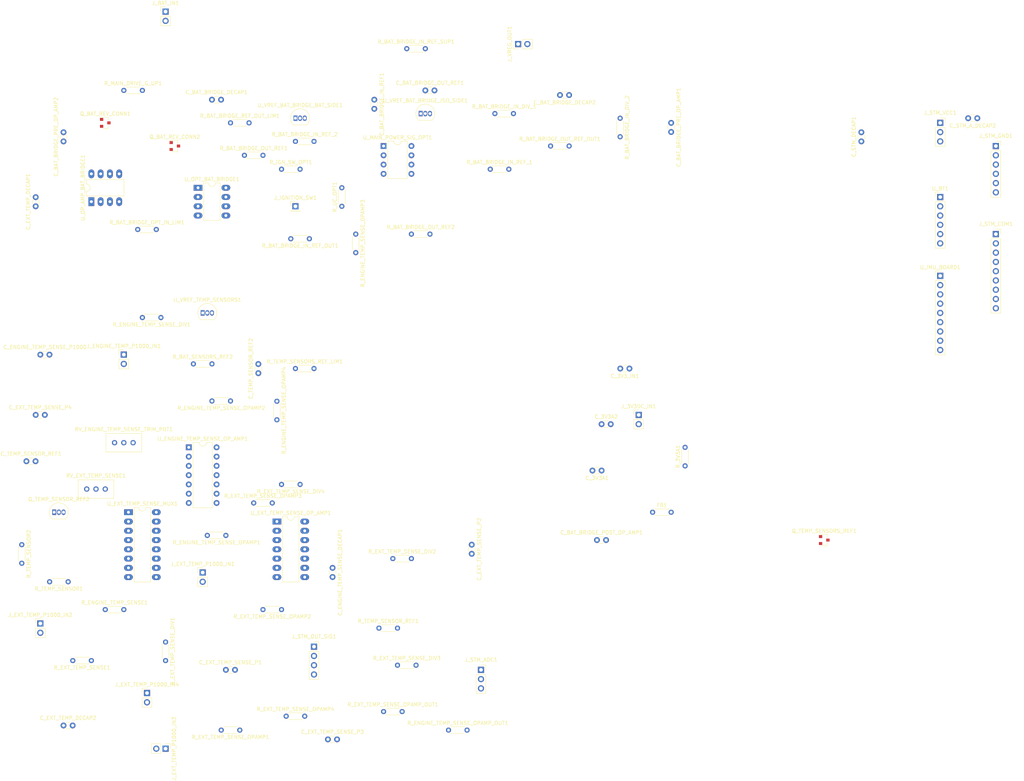
<source format=kicad_pcb>
(kicad_pcb (version 20171130) (host pcbnew 5.1.8)
  (layers (0 F.Cu signal) (31 B.Cu signal) (34 B.Paste user) (35 F.Paste user) (36 B.SilkS user) (37 F.SilkS user) (38 B.Mask user) (39 F.Mask user) (44 Edge.Cuts user))
  (net 0 "")
  (net 1 GND)
  (net 2 +3V3)
  (net 3 "Net-(C_3V3A1-Pad2)")
  (net 4 3V3A)
  (net 5 -BATT)
  (net 6 BAT+_AFTER_MAIN_DRIVE)
  (net 7 "Net-(C_BAT_BRIDGE_IN_REF1-Pad1)")
  (net 8 "Net-(C_BAT_BRIDGE_OUT_REF1-Pad2)")
  (net 9 "Net-(C_BAT_BRIDGE_POST_OP_AMP1-Pad1)")
  (net 10 "Net-(C_BAT_BRIDGE_PRE_OP_AMP1-Pad1)")
  (net 11 "Net-(C_BAT_BRIDGE_PRE_OP_AMP2-Pad1)")
  (net 12 "Net-(C_ENGINE_TEMP_SENSE_P1000-Pad2)")
  (net 13 "Net-(C_EXT_TEMP_SENSE_P1-Pad2)")
  (net 14 "Net-(C_EXT_TEMP_SENSE_P2-Pad2)")
  (net 15 "Net-(C_EXT_TEMP_SENSE_P3-Pad2)")
  (net 16 "Net-(C_EXT_TEMP_SENSE_P4-Pad2)")
  (net 17 TEMP_SENSOR_3V_SUP)
  (net 18 "Net-(C_TEMP_SENSOR_REF2-Pad1)")
  (net 19 "Net-(J_BAT_IN1-Pad1)")
  (net 20 "Net-(J_IGNITION_SW1-Pad1)")
  (net 21 ENGINE_TEMP_SENSOR_OUT)
  (net 22 EXT_TEMP_SENSOR_OUT)
  (net 23 BAT_V_BRIDGE_OUT)
  (net 24 IMU_INT1)
  (net 25 IMU_INT2)
  (net 26 IMU_SCL)
  (net 27 IMU_SDO)
  (net 28 IMU_SDI)
  (net 29 IMU_CS)
  (net 30 BT_TXD)
  (net 31 BT_RXD)
  (net 32 BT_STATE)
  (net 33 EXT_TEMP_SENSOR_SEL_B)
  (net 34 EXT_TEMP_SENSOR_SEL_A)
  (net 35 OFF_SIG)
  (net 36 TEMP_SENSOR_REF_ON_SIG)
  (net 37 +BATT)
  (net 38 "Net-(Q_BAT_REV_CONN2-Pad1)")
  (net 39 "Net-(Q_TEMP_SENSORS_REF1-Pad1)")
  (net 40 "Net-(Q_TEMP_SENSOR_REF2-Pad2)")
  (net 41 "Net-(R_BAT_BRIDGE_IN_REF_1-Pad1)")
  (net 42 "Net-(R_BAT_BRIDGE_IN_REF_OUT1-Pad2)")
  (net 43 "Net-(R_BAT_BRIDGE_OPT_IN_LIM1-Pad1)")
  (net 44 "Net-(R_BAT_BRIDGE_OUT_REF1-Pad2)")
  (net 45 "Net-(R_BAT_SENSORS_REF2-Pad1)")
  (net 46 "Net-(RV_ENGINE_TEMP_SENSE_TRIM_POT1-Pad1)")
  (net 47 "Net-(R_ENGINE_TEMP_SENSE_OPAMP1-Pad2)")
  (net 48 "Net-(R_ENGINE_TEMP_SENSE_OPAMP1-Pad1)")
  (net 49 "Net-(R_ENGINE_TEMP_SENSE_OPAMP2-Pad2)")
  (net 50 "Net-(R_ENGINE_TEMP_SENSE_OPAMP2-Pad1)")
  (net 51 "Net-(R_ENGINE_TEMP_SENSE_OPAMP4-Pad2)")
  (net 52 "Net-(RV_EXT_TEMP_SENSE1-Pad1)")
  (net 53 "Net-(R_EXT_TEMP_SENSE_OPAMP1-Pad2)")
  (net 54 "Net-(R_EXT_TEMP_SENSE_OPAMP1-Pad1)")
  (net 55 "Net-(R_EXT_TEMP_SENSE_OPAMP2-Pad2)")
  (net 56 "Net-(R_EXT_TEMP_SENSE_OPAMP2-Pad1)")
  (net 57 "Net-(R_EXT_TEMP_SENSE_OPAMP4-Pad2)")
  (net 58 "Net-(R_IGN_SW_OPT1-Pad2)")
  (net 59 "Net-(R_UC_OPT1-Pad2)")
  (net 60 "Net-(RV_ENGINE_TEMP_SENSE_TRIM_POT1-Pad2)")
  (net 61 "Net-(RV_EXT_TEMP_SENSE1-Pad2)")
  (net 62 "Net-(U_BT1-Pad6)")
  (net 63 EXT_TEMP_SENSOR_SIGNAL)
  (net 64 "Net-(U_IMU_BOARD1-Pad2)")
  (net 65 "Net-(U_OPT_BAT_BRIDGE1-Pad2)")
  (module Package_TO_SOT_THT:TO-92_Inline (layer F.Cu) (at 68.58 76.2)
    (fp_text reference U_VREF_TEMP_SENSORS1 (at 1.27 -3.56) (layer F.SilkS))
    (fp_text value TL431AIZ)
    (pad 1 thru_hole rect (at 0 0) (size 1.05 1.5) (drill 0.75) (layers *.Cu *.Mask) (net 45 "Net-(R_BAT_SENSORS_REF2-Pad1)"))
    (pad 3 thru_hole oval (at 2.54 0) (size 1.05 1.5) (drill 0.75) (layers *.Cu *.Mask) (net 17 TEMP_SENSOR_3V_SUP))
    (pad 2 thru_hole oval (at 1.27 0) (size 1.05 1.5) (drill 0.75) (layers *.Cu *.Mask) (net 1 GND))
  )
  (module Package_TO_SOT_THT:TO-92_Inline (layer F.Cu) (at 128.27 21.59)
    (fp_text reference U_VREF_BAT_BRIDGE_ISO_SIDE1 (at 1.27 -3.56) (layer F.SilkS))
    (fp_text value TL431AIZ)
    (pad 1 thru_hole rect (at 0 0) (size 1.05 1.5) (drill 0.75) (layers *.Cu *.Mask) (net 44 "Net-(R_BAT_BRIDGE_OUT_REF1-Pad2)"))
    (pad 3 thru_hole oval (at 2.54 0) (size 1.05 1.5) (drill 0.75) (layers *.Cu *.Mask) (net 8 "Net-(C_BAT_BRIDGE_OUT_REF1-Pad2)"))
    (pad 2 thru_hole oval (at 1.27 0) (size 1.05 1.5) (drill 0.75) (layers *.Cu *.Mask) (net 1 GND))
  )
  (module Package_TO_SOT_THT:TO-92_Inline (layer F.Cu) (at 93.98 22.86)
    (fp_text reference U_VREF_BAT_BRIDGE_BAT_SIDE1 (at 1.27 -3.56) (layer F.SilkS))
    (fp_text value TL431AIZ)
    (pad 1 thru_hole rect (at 0 0) (size 1.05 1.5) (drill 0.75) (layers *.Cu *.Mask) (net 41 "Net-(R_BAT_BRIDGE_IN_REF_1-Pad1)"))
    (pad 3 thru_hole oval (at 2.54 0) (size 1.05 1.5) (drill 0.75) (layers *.Cu *.Mask) (net 7 "Net-(C_BAT_BRIDGE_IN_REF1-Pad1)"))
    (pad 2 thru_hole oval (at 1.27 0) (size 1.05 1.5) (drill 0.75) (layers *.Cu *.Mask) (net 5 -BATT))
  )
  (module Package_DIP:DIP-8_W7.62mm_LongPads (layer F.Cu) (at 67.31 41.91)
    (fp_text reference U_OPT_BAT_BRIDGE1 (at 3.81 -2.33) (layer F.SilkS))
    (fp_text value LTV-827)
    (pad 8 thru_hole oval (at 7.62 0) (size 2.4 1.6) (drill 0.8) (layers *.Cu *.Mask) (net 23 BAT_V_BRIDGE_OUT))
    (pad 4 thru_hole oval (at 0 7.62) (size 2.4 1.6) (drill 0.8) (layers *.Cu *.Mask) (net 5 -BATT))
    (pad 7 thru_hole oval (at 7.62 2.54) (size 2.4 1.6) (drill 0.8) (layers *.Cu *.Mask) (net 1 GND))
    (pad 3 thru_hole oval (at 0 5.08) (size 2.4 1.6) (drill 0.8) (layers *.Cu *.Mask) (net 65 "Net-(U_OPT_BAT_BRIDGE1-Pad2)"))
    (pad 6 thru_hole oval (at 7.62 5.08) (size 2.4 1.6) (drill 0.8) (layers *.Cu *.Mask) (net 42 "Net-(R_BAT_BRIDGE_IN_REF_OUT1-Pad2)"))
    (pad 2 thru_hole oval (at 0 2.54) (size 2.4 1.6) (drill 0.8) (layers *.Cu *.Mask) (net 65 "Net-(U_OPT_BAT_BRIDGE1-Pad2)"))
    (pad 5 thru_hole oval (at 7.62 7.62) (size 2.4 1.6) (drill 0.8) (layers *.Cu *.Mask) (net 5 -BATT))
    (pad 1 thru_hole rect (at 0 0) (size 2.4 1.6) (drill 0.8) (layers *.Cu *.Mask) (net 9 "Net-(C_BAT_BRIDGE_POST_OP_AMP1-Pad1)"))
  )
  (module Package_DIP:DIP-8_W7.62mm_LongPads (layer F.Cu) (at 38.1 45.72 90)
    (fp_text reference U_OP_AMP_BAT_BRIDGE1 (at 3.81 -2.33 90) (layer F.SilkS))
    (fp_text value AS358P-E1)
    (pad 8 thru_hole oval (at 7.62 0 90) (size 2.4 1.6) (drill 0.8) (layers *.Cu *.Mask) (net 6 BAT+_AFTER_MAIN_DRIVE))
    (pad 4 thru_hole oval (at 0 7.62 90) (size 2.4 1.6) (drill 0.8) (layers *.Cu *.Mask) (net 5 -BATT))
    (pad 7 thru_hole oval (at 7.62 2.54 90) (size 2.4 1.6) (drill 0.8) (layers *.Cu *.Mask) (net 11 "Net-(C_BAT_BRIDGE_PRE_OP_AMP2-Pad1)"))
    (pad 3 thru_hole oval (at 0 5.08 90) (size 2.4 1.6) (drill 0.8) (layers *.Cu *.Mask) (net 42 "Net-(R_BAT_BRIDGE_IN_REF_OUT1-Pad2)"))
    (pad 6 thru_hole oval (at 7.62 5.08 90) (size 2.4 1.6) (drill 0.8) (layers *.Cu *.Mask) (net 11 "Net-(C_BAT_BRIDGE_PRE_OP_AMP2-Pad1)"))
    (pad 2 thru_hole oval (at 0 2.54 90) (size 2.4 1.6) (drill 0.8) (layers *.Cu *.Mask) (net 11 "Net-(C_BAT_BRIDGE_PRE_OP_AMP2-Pad1)"))
    (pad 5 thru_hole oval (at 7.62 7.62 90) (size 2.4 1.6) (drill 0.8) (layers *.Cu *.Mask) (net 10 "Net-(C_BAT_BRIDGE_PRE_OP_AMP1-Pad1)"))
    (pad 1 thru_hole rect (at 0 0 90) (size 2.4 1.6) (drill 0.8) (layers *.Cu *.Mask) (net 43 "Net-(R_BAT_BRIDGE_OPT_IN_LIM1-Pad1)"))
  )
  (module Package_DIP:DIP-8_W7.62mm (layer F.Cu) (at 118.11 30.48)
    (fp_text reference U_MAIN_POWER_SIG_OPT1 (at 3.81 -2.33) (layer F.SilkS))
    (fp_text value LTV-827)
    (pad 8 thru_hole oval (at 7.62 0) (size 1.6 1.6) (drill 0.8) (layers *.Cu *.Mask) (net 38 "Net-(Q_BAT_REV_CONN2-Pad1)"))
    (pad 4 thru_hole oval (at 0 7.62) (size 1.6 1.6) (drill 0.8) (layers *.Cu *.Mask) (net 1 GND))
    (pad 7 thru_hole oval (at 7.62 2.54) (size 1.6 1.6) (drill 0.8) (layers *.Cu *.Mask) (net 5 -BATT))
    (pad 3 thru_hole oval (at 0 5.08) (size 1.6 1.6) (drill 0.8) (layers *.Cu *.Mask) (net 59 "Net-(R_UC_OPT1-Pad2)"))
    (pad 6 thru_hole oval (at 7.62 5.08) (size 1.6 1.6) (drill 0.8) (layers *.Cu *.Mask) (net 38 "Net-(Q_BAT_REV_CONN2-Pad1)"))
    (pad 2 thru_hole oval (at 0 2.54) (size 1.6 1.6) (drill 0.8) (layers *.Cu *.Mask) (net 5 -BATT))
    (pad 5 thru_hole oval (at 7.62 7.62) (size 1.6 1.6) (drill 0.8) (layers *.Cu *.Mask) (net 5 -BATT))
    (pad 1 thru_hole rect (at 0 0) (size 1.6 1.6) (drill 0.8) (layers *.Cu *.Mask) (net 58 "Net-(R_IGN_SW_OPT1-Pad2)"))
  )
  (module Connector_PinHeader_2.54mm:PinHeader_1x09_P2.54mm_Vertical (layer F.Cu) (at 270.51 66.04)
    (fp_text reference U_IMU_BOARD1 (at 0 -2.33) (layer F.SilkS))
    (fp_text value POLOLU_LSM6DS33)
    (pad 9 thru_hole oval (at 0 20.32) (size 1.7 1.7) (drill 1) (layers *.Cu *.Mask) (net 24 IMU_INT1))
    (pad 8 thru_hole oval (at 0 17.78) (size 1.7 1.7) (drill 1) (layers *.Cu *.Mask) (net 25 IMU_INT2))
    (pad 7 thru_hole oval (at 0 15.24) (size 1.7 1.7) (drill 1) (layers *.Cu *.Mask) (net 29 IMU_CS))
    (pad 6 thru_hole oval (at 0 12.7) (size 1.7 1.7) (drill 1) (layers *.Cu *.Mask) (net 27 IMU_SDO))
    (pad 5 thru_hole oval (at 0 10.16) (size 1.7 1.7) (drill 1) (layers *.Cu *.Mask) (net 26 IMU_SCL))
    (pad 4 thru_hole oval (at 0 7.62) (size 1.7 1.7) (drill 1) (layers *.Cu *.Mask) (net 28 IMU_SDI))
    (pad 3 thru_hole oval (at 0 5.08) (size 1.7 1.7) (drill 1) (layers *.Cu *.Mask) (net 1 GND))
    (pad 2 thru_hole oval (at 0 2.54) (size 1.7 1.7) (drill 1) (layers *.Cu *.Mask) (net 64 "Net-(U_IMU_BOARD1-Pad2)"))
    (pad 1 thru_hole rect (at 0 0) (size 1.7 1.7) (drill 1) (layers *.Cu *.Mask) (net 2 +3V3))
  )
  (module Package_DIP:DIP-14_W7.62mm_LongPads (layer F.Cu) (at 88.9 133.35)
    (fp_text reference U_EXT_TEMP_SENSE_OP_AMP1 (at 3.81 -2.33) (layer F.SilkS))
    (fp_text value LM324)
    (pad 14 thru_hole oval (at 7.62 0) (size 2.4 1.6) (drill 0.8) (layers *.Cu *.Mask))
    (pad 7 thru_hole oval (at 0 15.24) (size 2.4 1.6) (drill 0.8) (layers *.Cu *.Mask) (net 53 "Net-(R_EXT_TEMP_SENSE_OPAMP1-Pad2)"))
    (pad 13 thru_hole oval (at 7.62 2.54) (size 2.4 1.6) (drill 0.8) (layers *.Cu *.Mask))
    (pad 6 thru_hole oval (at 0 12.7) (size 2.4 1.6) (drill 0.8) (layers *.Cu *.Mask) (net 53 "Net-(R_EXT_TEMP_SENSE_OPAMP1-Pad2)"))
    (pad 12 thru_hole oval (at 7.62 5.08) (size 2.4 1.6) (drill 0.8) (layers *.Cu *.Mask))
    (pad 5 thru_hole oval (at 0 10.16) (size 2.4 1.6) (drill 0.8) (layers *.Cu *.Mask) (net 63 EXT_TEMP_SENSOR_SIGNAL))
    (pad 11 thru_hole oval (at 7.62 7.62) (size 2.4 1.6) (drill 0.8) (layers *.Cu *.Mask) (net 4 3V3A))
    (pad 4 thru_hole oval (at 0 7.62) (size 2.4 1.6) (drill 0.8) (layers *.Cu *.Mask) (net 1 GND))
    (pad 10 thru_hole oval (at 7.62 10.16) (size 2.4 1.6) (drill 0.8) (layers *.Cu *.Mask) (net 54 "Net-(R_EXT_TEMP_SENSE_OPAMP1-Pad1)"))
    (pad 3 thru_hole oval (at 0 5.08) (size 2.4 1.6) (drill 0.8) (layers *.Cu *.Mask) (net 61 "Net-(RV_EXT_TEMP_SENSE1-Pad2)"))
    (pad 9 thru_hole oval (at 7.62 12.7) (size 2.4 1.6) (drill 0.8) (layers *.Cu *.Mask) (net 56 "Net-(R_EXT_TEMP_SENSE_OPAMP2-Pad1)"))
    (pad 2 thru_hole oval (at 0 2.54) (size 2.4 1.6) (drill 0.8) (layers *.Cu *.Mask) (net 55 "Net-(R_EXT_TEMP_SENSE_OPAMP2-Pad2)"))
    (pad 8 thru_hole oval (at 7.62 15.24) (size 2.4 1.6) (drill 0.8) (layers *.Cu *.Mask) (net 57 "Net-(R_EXT_TEMP_SENSE_OPAMP4-Pad2)"))
    (pad 1 thru_hole rect (at 0 0) (size 2.4 1.6) (drill 0.8) (layers *.Cu *.Mask) (net 55 "Net-(R_EXT_TEMP_SENSE_OPAMP2-Pad2)"))
  )
  (module Package_DIP:DIP-16_W7.62mm_LongPads (layer F.Cu) (at 48.26 130.81)
    (fp_text reference U_EXT_TEMP_SENSE_MUX1 (at 3.81 -2.33) (layer F.SilkS))
    (fp_text value CD4052B)
    (pad 16 thru_hole oval (at 7.62 0) (size 2.4 1.6) (drill 0.8) (layers *.Cu *.Mask) (net 4 3V3A))
    (pad 8 thru_hole oval (at 0 17.78) (size 2.4 1.6) (drill 0.8) (layers *.Cu *.Mask) (net 1 GND))
    (pad 15 thru_hole oval (at 7.62 2.54) (size 2.4 1.6) (drill 0.8) (layers *.Cu *.Mask) (net 15 "Net-(C_EXT_TEMP_SENSE_P3-Pad2)"))
    (pad 7 thru_hole oval (at 0 15.24) (size 2.4 1.6) (drill 0.8) (layers *.Cu *.Mask) (net 1 GND))
    (pad 14 thru_hole oval (at 7.62 5.08) (size 2.4 1.6) (drill 0.8) (layers *.Cu *.Mask) (net 14 "Net-(C_EXT_TEMP_SENSE_P2-Pad2)"))
    (pad 6 thru_hole oval (at 0 12.7) (size 2.4 1.6) (drill 0.8) (layers *.Cu *.Mask) (net 1 GND))
    (pad 13 thru_hole oval (at 7.62 7.62) (size 2.4 1.6) (drill 0.8) (layers *.Cu *.Mask) (net 63 EXT_TEMP_SENSOR_SIGNAL))
    (pad 5 thru_hole oval (at 0 10.16) (size 2.4 1.6) (drill 0.8) (layers *.Cu *.Mask) (net 1 GND))
    (pad 12 thru_hole oval (at 7.62 10.16) (size 2.4 1.6) (drill 0.8) (layers *.Cu *.Mask) (net 13 "Net-(C_EXT_TEMP_SENSE_P1-Pad2)"))
    (pad 4 thru_hole oval (at 0 7.62) (size 2.4 1.6) (drill 0.8) (layers *.Cu *.Mask) (net 1 GND))
    (pad 11 thru_hole oval (at 7.62 12.7) (size 2.4 1.6) (drill 0.8) (layers *.Cu *.Mask) (net 16 "Net-(C_EXT_TEMP_SENSE_P4-Pad2)"))
    (pad 3 thru_hole oval (at 0 5.08) (size 2.4 1.6) (drill 0.8) (layers *.Cu *.Mask) (net 1 GND))
    (pad 10 thru_hole oval (at 7.62 15.24) (size 2.4 1.6) (drill 0.8) (layers *.Cu *.Mask) (net 34 EXT_TEMP_SENSOR_SEL_A))
    (pad 2 thru_hole oval (at 0 2.54) (size 2.4 1.6) (drill 0.8) (layers *.Cu *.Mask) (net 1 GND))
    (pad 9 thru_hole oval (at 7.62 17.78) (size 2.4 1.6) (drill 0.8) (layers *.Cu *.Mask) (net 33 EXT_TEMP_SENSOR_SEL_B))
    (pad 1 thru_hole rect (at 0 0) (size 2.4 1.6) (drill 0.8) (layers *.Cu *.Mask) (net 1 GND))
  )
  (module Package_DIP:DIP-14_W7.62mm (layer F.Cu) (at 64.77 113.03)
    (fp_text reference U_ENGINE_TEMP_SENSE_OP_AMP1 (at 3.81 -2.33) (layer F.SilkS))
    (fp_text value LM324)
    (pad 14 thru_hole oval (at 7.62 0) (size 1.6 1.6) (drill 0.8) (layers *.Cu *.Mask))
    (pad 7 thru_hole oval (at 0 15.24) (size 1.6 1.6) (drill 0.8) (layers *.Cu *.Mask) (net 47 "Net-(R_ENGINE_TEMP_SENSE_OPAMP1-Pad2)"))
    (pad 13 thru_hole oval (at 7.62 2.54) (size 1.6 1.6) (drill 0.8) (layers *.Cu *.Mask))
    (pad 6 thru_hole oval (at 0 12.7) (size 1.6 1.6) (drill 0.8) (layers *.Cu *.Mask) (net 47 "Net-(R_ENGINE_TEMP_SENSE_OPAMP1-Pad2)"))
    (pad 12 thru_hole oval (at 7.62 5.08) (size 1.6 1.6) (drill 0.8) (layers *.Cu *.Mask))
    (pad 5 thru_hole oval (at 0 10.16) (size 1.6 1.6) (drill 0.8) (layers *.Cu *.Mask) (net 12 "Net-(C_ENGINE_TEMP_SENSE_P1000-Pad2)"))
    (pad 11 thru_hole oval (at 7.62 7.62) (size 1.6 1.6) (drill 0.8) (layers *.Cu *.Mask) (net 1 GND))
    (pad 4 thru_hole oval (at 0 7.62) (size 1.6 1.6) (drill 0.8) (layers *.Cu *.Mask) (net 4 3V3A))
    (pad 10 thru_hole oval (at 7.62 10.16) (size 1.6 1.6) (drill 0.8) (layers *.Cu *.Mask) (net 48 "Net-(R_ENGINE_TEMP_SENSE_OPAMP1-Pad1)"))
    (pad 3 thru_hole oval (at 0 5.08) (size 1.6 1.6) (drill 0.8) (layers *.Cu *.Mask) (net 60 "Net-(RV_ENGINE_TEMP_SENSE_TRIM_POT1-Pad2)"))
    (pad 9 thru_hole oval (at 7.62 12.7) (size 1.6 1.6) (drill 0.8) (layers *.Cu *.Mask) (net 50 "Net-(R_ENGINE_TEMP_SENSE_OPAMP2-Pad1)"))
    (pad 2 thru_hole oval (at 0 2.54) (size 1.6 1.6) (drill 0.8) (layers *.Cu *.Mask) (net 49 "Net-(R_ENGINE_TEMP_SENSE_OPAMP2-Pad2)"))
    (pad 8 thru_hole oval (at 7.62 15.24) (size 1.6 1.6) (drill 0.8) (layers *.Cu *.Mask) (net 51 "Net-(R_ENGINE_TEMP_SENSE_OPAMP4-Pad2)"))
    (pad 1 thru_hole rect (at 0 0) (size 1.6 1.6) (drill 0.8) (layers *.Cu *.Mask) (net 49 "Net-(R_ENGINE_TEMP_SENSE_OPAMP2-Pad2)"))
  )
  (module Connector_PinHeader_2.54mm:PinHeader_1x06_P2.54mm_Vertical (layer F.Cu) (at 270.51 44.45)
    (fp_text reference U_BT1 (at 0 -2.33) (layer F.SilkS))
    (fp_text value AT-09)
    (pad 6 thru_hole oval (at 0 12.7) (size 1.7 1.7) (drill 1) (layers *.Cu *.Mask) (net 62 "Net-(U_BT1-Pad6)"))
    (pad 5 thru_hole oval (at 0 10.16) (size 1.7 1.7) (drill 1) (layers *.Cu *.Mask) (net 2 +3V3))
    (pad 4 thru_hole oval (at 0 7.62) (size 1.7 1.7) (drill 1) (layers *.Cu *.Mask) (net 1 GND))
    (pad 3 thru_hole oval (at 0 5.08) (size 1.7 1.7) (drill 1) (layers *.Cu *.Mask) (net 30 BT_TXD))
    (pad 2 thru_hole oval (at 0 2.54) (size 1.7 1.7) (drill 1) (layers *.Cu *.Mask) (net 31 BT_RXD))
    (pad 1 thru_hole rect (at 0 0) (size 1.7 1.7) (drill 1) (layers *.Cu *.Mask) (net 32 BT_STATE))
  )
  (module Potentiometer_THT:Potentiometer_Bourns_3296W_Vertical (layer F.Cu) (at 41.91 124.46)
    (fp_text reference RV_EXT_TEMP_SENSE1 (at -2.54 -3.66) (layer F.SilkS))
    (fp_text value 10k)
    (pad 3 thru_hole circle (at -5.08 0) (size 1.44 1.44) (drill 0.8) (layers *.Cu *.Mask) (net 1 GND))
    (pad 2 thru_hole circle (at -2.54 0) (size 1.44 1.44) (drill 0.8) (layers *.Cu *.Mask) (net 61 "Net-(RV_EXT_TEMP_SENSE1-Pad2)"))
    (pad 1 thru_hole circle (at 0 0) (size 1.44 1.44) (drill 0.8) (layers *.Cu *.Mask) (net 52 "Net-(RV_EXT_TEMP_SENSE1-Pad1)"))
  )
  (module Potentiometer_THT:Potentiometer_Bourns_3296W_Vertical (layer F.Cu) (at 49.53 111.76)
    (fp_text reference RV_ENGINE_TEMP_SENSE_TRIM_POT1 (at -2.54 -3.66) (layer F.SilkS))
    (fp_text value 50k)
    (pad 3 thru_hole circle (at -5.08 0) (size 1.44 1.44) (drill 0.8) (layers *.Cu *.Mask) (net 1 GND))
    (pad 2 thru_hole circle (at -2.54 0) (size 1.44 1.44) (drill 0.8) (layers *.Cu *.Mask) (net 60 "Net-(RV_ENGINE_TEMP_SENSE_TRIM_POT1-Pad2)"))
    (pad 1 thru_hole circle (at 0 0) (size 1.44 1.44) (drill 0.8) (layers *.Cu *.Mask) (net 46 "Net-(RV_ENGINE_TEMP_SENSE_TRIM_POT1-Pad1)"))
  )
  (module Resistor_THT:R_Axial_DIN0204_L3.6mm_D1.6mm_P5.08mm_Horizontal (layer F.Cu) (at 106.68 46.99 90)
    (fp_text reference R_UC_OPT1 (at 2.54 -1.92 90) (layer F.SilkS))
    (fp_text value 1k8)
    (pad 2 thru_hole oval (at 5.08 0 90) (size 1.4 1.4) (drill 0.7) (layers *.Cu *.Mask) (net 59 "Net-(R_UC_OPT1-Pad2)"))
    (pad 1 thru_hole circle (at 0 0 90) (size 1.4 1.4) (drill 0.7) (layers *.Cu *.Mask) (net 35 OFF_SIG))
  )
  (module Resistor_THT:R_Axial_DIN0204_L3.6mm_D1.6mm_P5.08mm_Horizontal (layer F.Cu) (at 93.98 91.44)
    (fp_text reference R_TEMP_SENSORS_REF_LIM1 (at 2.54 -1.92) (layer F.SilkS))
    (fp_text value 24R)
    (pad 2 thru_hole oval (at 5.08 0) (size 1.4 1.4) (drill 0.7) (layers *.Cu *.Mask) (net 17 TEMP_SENSOR_3V_SUP))
    (pad 1 thru_hole circle (at 0 0) (size 1.4 1.4) (drill 0.7) (layers *.Cu *.Mask) (net 18 "Net-(C_TEMP_SENSOR_REF2-Pad1)"))
  )
  (module Resistor_THT:R_Axial_DIN0204_L3.6mm_D1.6mm_P5.08mm_Horizontal (layer F.Cu) (at 116.84 162.56)
    (fp_text reference R_TEMP_SENSOR_REF1 (at 2.54 -1.92) (layer F.SilkS))
    (fp_text value 1k2)
    (pad 2 thru_hole oval (at 5.08 0) (size 1.4 1.4) (drill 0.7) (layers *.Cu *.Mask) (net 45 "Net-(R_BAT_SENSORS_REF2-Pad1)"))
    (pad 1 thru_hole circle (at 0 0) (size 1.4 1.4) (drill 0.7) (layers *.Cu *.Mask) (net 17 TEMP_SENSOR_3V_SUP))
  )
  (module Resistor_THT:R_Axial_DIN0204_L3.6mm_D1.6mm_P5.08mm_Horizontal (layer F.Cu) (at 19.05 139.7 270)
    (fp_text reference R_TEMP_SENSOR2 (at 2.54 -1.92 90) (layer F.SilkS))
    (fp_text value 5k)
    (pad 2 thru_hole oval (at 5.08 0 270) (size 1.4 1.4) (drill 0.7) (layers *.Cu *.Mask) (net 36 TEMP_SENSOR_REF_ON_SIG))
    (pad 1 thru_hole circle (at 0 0 270) (size 1.4 1.4) (drill 0.7) (layers *.Cu *.Mask) (net 40 "Net-(Q_TEMP_SENSOR_REF2-Pad2)"))
  )
  (module Resistor_THT:R_Axial_DIN0204_L3.6mm_D1.6mm_P5.08mm_Horizontal (layer F.Cu) (at 31.75 149.86 180)
    (fp_text reference R_TEMP_SENSOR1 (at 2.54 -1.92) (layer F.SilkS))
    (fp_text value 220k)
    (pad 2 thru_hole oval (at 5.08 0 180) (size 1.4 1.4) (drill 0.7) (layers *.Cu *.Mask) (net 39 "Net-(Q_TEMP_SENSORS_REF1-Pad1)"))
    (pad 1 thru_hole circle (at 0 0 180) (size 1.4 1.4) (drill 0.7) (layers *.Cu *.Mask) (net 4 3V3A))
  )
  (module Resistor_THT:R_Axial_DIN0204_L3.6mm_D1.6mm_P5.08mm_Horizontal (layer F.Cu) (at 46.99 15.24)
    (fp_text reference R_MAIN_DRIVE_G_UP1 (at 2.54 -1.92) (layer F.SilkS))
    (fp_text value 220k)
    (pad 2 thru_hole oval (at 5.08 0) (size 1.4 1.4) (drill 0.7) (layers *.Cu *.Mask) (net 38 "Net-(Q_BAT_REV_CONN2-Pad1)"))
    (pad 1 thru_hole circle (at 0 0) (size 1.4 1.4) (drill 0.7) (layers *.Cu *.Mask) (net 37 +BATT))
  )
  (module Resistor_THT:R_Axial_DIN0204_L3.6mm_D1.6mm_P5.08mm_Horizontal (layer F.Cu) (at 90.17 36.83)
    (fp_text reference R_IGN_SW_OPT1 (at 2.54 -1.92) (layer F.SilkS))
    (fp_text value 18k)
    (pad 2 thru_hole oval (at 5.08 0) (size 1.4 1.4) (drill 0.7) (layers *.Cu *.Mask) (net 58 "Net-(R_IGN_SW_OPT1-Pad2)"))
    (pad 1 thru_hole circle (at 0 0) (size 1.4 1.4) (drill 0.7) (layers *.Cu *.Mask) (net 20 "Net-(J_IGNITION_SW1-Pad1)"))
  )
  (module Resistor_THT:R_Axial_DIN0204_L3.6mm_D1.6mm_P5.08mm_Horizontal (layer F.Cu) (at 118.11 185.42)
    (fp_text reference R_EXT_TEMP_SENSE_OPAMP_OUT1 (at 2.54 -1.92) (layer F.SilkS))
    (fp_text value 220k)
    (pad 2 thru_hole oval (at 5.08 0) (size 1.4 1.4) (drill 0.7) (layers *.Cu *.Mask) (net 22 EXT_TEMP_SENSOR_OUT))
    (pad 1 thru_hole circle (at 0 0) (size 1.4 1.4) (drill 0.7) (layers *.Cu *.Mask) (net 57 "Net-(R_EXT_TEMP_SENSE_OPAMP4-Pad2)"))
  )
  (module Resistor_THT:R_Axial_DIN0204_L3.6mm_D1.6mm_P5.08mm_Horizontal (layer F.Cu) (at 91.44 186.69)
    (fp_text reference R_EXT_TEMP_SENSE_OPAMP4 (at 2.54 -1.92) (layer F.SilkS))
    (fp_text value 100k)
    (pad 2 thru_hole oval (at 5.08 0) (size 1.4 1.4) (drill 0.7) (layers *.Cu *.Mask) (net 57 "Net-(R_EXT_TEMP_SENSE_OPAMP4-Pad2)"))
    (pad 1 thru_hole circle (at 0 0) (size 1.4 1.4) (drill 0.7) (layers *.Cu *.Mask) (net 56 "Net-(R_EXT_TEMP_SENSE_OPAMP2-Pad1)"))
  )
  (module Resistor_THT:R_Axial_DIN0204_L3.6mm_D1.6mm_P5.08mm_Horizontal (layer F.Cu) (at 82.55 128.27)
    (fp_text reference R_EXT_TEMP_SENSE_OPAMP3 (at 2.54 -1.92) (layer F.SilkS))
    (fp_text value 100k)
    (pad 2 thru_hole oval (at 5.08 0) (size 1.4 1.4) (drill 0.7) (layers *.Cu *.Mask) (net 54 "Net-(R_EXT_TEMP_SENSE_OPAMP1-Pad1)"))
    (pad 1 thru_hole circle (at 0 0) (size 1.4 1.4) (drill 0.7) (layers *.Cu *.Mask) (net 1 GND))
  )
  (module Resistor_THT:R_Axial_DIN0204_L3.6mm_D1.6mm_P5.08mm_Horizontal (layer F.Cu) (at 90.17 157.48 180)
    (fp_text reference R_EXT_TEMP_SENSE_OPAMP2 (at 2.54 -1.92) (layer F.SilkS))
    (fp_text value 4k7)
    (pad 2 thru_hole oval (at 5.08 0 180) (size 1.4 1.4) (drill 0.7) (layers *.Cu *.Mask) (net 55 "Net-(R_EXT_TEMP_SENSE_OPAMP2-Pad2)"))
    (pad 1 thru_hole circle (at 0 0 180) (size 1.4 1.4) (drill 0.7) (layers *.Cu *.Mask) (net 56 "Net-(R_EXT_TEMP_SENSE_OPAMP2-Pad1)"))
  )
  (module Resistor_THT:R_Axial_DIN0204_L3.6mm_D1.6mm_P5.08mm_Horizontal (layer F.Cu) (at 78.74 190.5 180)
    (fp_text reference R_EXT_TEMP_SENSE_OPAMP1 (at 2.54 -1.92) (layer F.SilkS))
    (fp_text value 4k7)
    (pad 2 thru_hole oval (at 5.08 0 180) (size 1.4 1.4) (drill 0.7) (layers *.Cu *.Mask) (net 53 "Net-(R_EXT_TEMP_SENSE_OPAMP1-Pad2)"))
    (pad 1 thru_hole circle (at 0 0 180) (size 1.4 1.4) (drill 0.7) (layers *.Cu *.Mask) (net 54 "Net-(R_EXT_TEMP_SENSE_OPAMP1-Pad1)"))
  )
  (module Resistor_THT:R_Axial_DIN0204_L3.6mm_D1.6mm_P5.08mm_Horizontal (layer F.Cu) (at 95.25 123.19 180)
    (fp_text reference R_EXT_TEMP_SENSE_DIV4 (at 2.54 -1.92) (layer F.SilkS))
    (fp_text value 10k)
    (pad 2 thru_hole oval (at 5.08 0 180) (size 1.4 1.4) (drill 0.7) (layers *.Cu *.Mask) (net 16 "Net-(C_EXT_TEMP_SENSE_P4-Pad2)"))
    (pad 1 thru_hole circle (at 0 0 180) (size 1.4 1.4) (drill 0.7) (layers *.Cu *.Mask) (net 17 TEMP_SENSOR_3V_SUP))
  )
  (module Resistor_THT:R_Axial_DIN0204_L3.6mm_D1.6mm_P5.08mm_Horizontal (layer F.Cu) (at 121.92 172.72)
    (fp_text reference R_EXT_TEMP_SENSE_DIV3 (at 2.54 -1.92) (layer F.SilkS))
    (fp_text value 10k)
    (pad 2 thru_hole oval (at 5.08 0) (size 1.4 1.4) (drill 0.7) (layers *.Cu *.Mask) (net 15 "Net-(C_EXT_TEMP_SENSE_P3-Pad2)"))
    (pad 1 thru_hole circle (at 0 0) (size 1.4 1.4) (drill 0.7) (layers *.Cu *.Mask) (net 17 TEMP_SENSOR_3V_SUP))
  )
  (module Resistor_THT:R_Axial_DIN0204_L3.6mm_D1.6mm_P5.08mm_Horizontal (layer F.Cu) (at 120.65 143.51)
    (fp_text reference R_EXT_TEMP_SENSE_DIV2 (at 2.54 -1.92) (layer F.SilkS))
    (fp_text value 10k)
    (pad 2 thru_hole oval (at 5.08 0) (size 1.4 1.4) (drill 0.7) (layers *.Cu *.Mask) (net 14 "Net-(C_EXT_TEMP_SENSE_P2-Pad2)"))
    (pad 1 thru_hole circle (at 0 0) (size 1.4 1.4) (drill 0.7) (layers *.Cu *.Mask) (net 17 TEMP_SENSOR_3V_SUP))
  )
  (module Resistor_THT:R_Axial_DIN0204_L3.6mm_D1.6mm_P5.08mm_Horizontal (layer F.Cu) (at 58.42 166.37 270)
    (fp_text reference R_EXT_TEMP_SENSE_DIV1 (at 2.54 -1.92 90) (layer F.SilkS))
    (fp_text value 10k)
    (pad 2 thru_hole oval (at 5.08 0 270) (size 1.4 1.4) (drill 0.7) (layers *.Cu *.Mask) (net 13 "Net-(C_EXT_TEMP_SENSE_P1-Pad2)"))
    (pad 1 thru_hole circle (at 0 0 270) (size 1.4 1.4) (drill 0.7) (layers *.Cu *.Mask) (net 17 TEMP_SENSOR_3V_SUP))
  )
  (module Resistor_THT:R_Axial_DIN0204_L3.6mm_D1.6mm_P5.08mm_Horizontal (layer F.Cu) (at 38.1 171.45 180)
    (fp_text reference R_EXT_TEMP_SENSE1 (at 2.54 -1.92) (layer F.SilkS))
    (fp_text value 100k)
    (pad 2 thru_hole oval (at 5.08 0 180) (size 1.4 1.4) (drill 0.7) (layers *.Cu *.Mask) (net 52 "Net-(RV_EXT_TEMP_SENSE1-Pad1)"))
    (pad 1 thru_hole circle (at 0 0 180) (size 1.4 1.4) (drill 0.7) (layers *.Cu *.Mask) (net 17 TEMP_SENSOR_3V_SUP))
  )
  (module Resistor_THT:R_Axial_DIN0204_L3.6mm_D1.6mm_P5.08mm_Horizontal (layer F.Cu) (at 135.89 190.5)
    (fp_text reference R_ENGINE_TEMP_SENSE_OPAMP_OUT1 (at 2.54 -1.92) (layer F.SilkS))
    (fp_text value 220k)
    (pad 2 thru_hole oval (at 5.08 0) (size 1.4 1.4) (drill 0.7) (layers *.Cu *.Mask) (net 21 ENGINE_TEMP_SENSOR_OUT))
    (pad 1 thru_hole circle (at 0 0) (size 1.4 1.4) (drill 0.7) (layers *.Cu *.Mask) (net 51 "Net-(R_ENGINE_TEMP_SENSE_OPAMP4-Pad2)"))
  )
  (module Resistor_THT:R_Axial_DIN0204_L3.6mm_D1.6mm_P5.08mm_Horizontal (layer F.Cu) (at 88.9 100.4 270)
    (fp_text reference R_ENGINE_TEMP_SENSE_OPAMP4 (at 2.54 -1.92 90) (layer F.SilkS))
    (fp_text value 100k)
    (pad 2 thru_hole oval (at 5.08 0 270) (size 1.4 1.4) (drill 0.7) (layers *.Cu *.Mask) (net 51 "Net-(R_ENGINE_TEMP_SENSE_OPAMP4-Pad2)"))
    (pad 1 thru_hole circle (at 0 0 270) (size 1.4 1.4) (drill 0.7) (layers *.Cu *.Mask) (net 50 "Net-(R_ENGINE_TEMP_SENSE_OPAMP2-Pad1)"))
  )
  (module Resistor_THT:R_Axial_DIN0204_L3.6mm_D1.6mm_P5.08mm_Horizontal (layer F.Cu) (at 110.49 54.61 270)
    (fp_text reference R_ENGINE_TEMP_SENSE_OPAMP3 (at 2.54 -1.92 90) (layer F.SilkS))
    (fp_text value 100k)
    (pad 2 thru_hole oval (at 5.08 0 270) (size 1.4 1.4) (drill 0.7) (layers *.Cu *.Mask) (net 48 "Net-(R_ENGINE_TEMP_SENSE_OPAMP1-Pad1)"))
    (pad 1 thru_hole circle (at 0 0 270) (size 1.4 1.4) (drill 0.7) (layers *.Cu *.Mask) (net 1 GND))
  )
  (module Resistor_THT:R_Axial_DIN0204_L3.6mm_D1.6mm_P5.08mm_Horizontal (layer F.Cu) (at 76.2 100.33 180)
    (fp_text reference R_ENGINE_TEMP_SENSE_OPAMP2 (at 2.54 -1.92) (layer F.SilkS))
    (fp_text value 10k)
    (pad 2 thru_hole oval (at 5.08 0 180) (size 1.4 1.4) (drill 0.7) (layers *.Cu *.Mask) (net 49 "Net-(R_ENGINE_TEMP_SENSE_OPAMP2-Pad2)"))
    (pad 1 thru_hole circle (at 0 0 180) (size 1.4 1.4) (drill 0.7) (layers *.Cu *.Mask) (net 50 "Net-(R_ENGINE_TEMP_SENSE_OPAMP2-Pad1)"))
  )
  (module Resistor_THT:R_Axial_DIN0204_L3.6mm_D1.6mm_P5.08mm_Horizontal (layer F.Cu) (at 74.93 137.16 180)
    (fp_text reference R_ENGINE_TEMP_SENSE_OPAMP1 (at 2.54 -1.92) (layer F.SilkS))
    (fp_text value 10k)
    (pad 2 thru_hole oval (at 5.08 0 180) (size 1.4 1.4) (drill 0.7) (layers *.Cu *.Mask) (net 47 "Net-(R_ENGINE_TEMP_SENSE_OPAMP1-Pad2)"))
    (pad 1 thru_hole circle (at 0 0 180) (size 1.4 1.4) (drill 0.7) (layers *.Cu *.Mask) (net 48 "Net-(R_ENGINE_TEMP_SENSE_OPAMP1-Pad1)"))
  )
  (module Resistor_THT:R_Axial_DIN0204_L3.6mm_D1.6mm_P5.08mm_Horizontal (layer F.Cu) (at 57.15 77.47 180)
    (fp_text reference R_ENGINE_TEMP_SENSE_DIV1 (at 2.54 -1.92) (layer F.SilkS))
    (fp_text value 4.7k)
    (pad 2 thru_hole oval (at 5.08 0 180) (size 1.4 1.4) (drill 0.7) (layers *.Cu *.Mask) (net 12 "Net-(C_ENGINE_TEMP_SENSE_P1000-Pad2)"))
    (pad 1 thru_hole circle (at 0 0 180) (size 1.4 1.4) (drill 0.7) (layers *.Cu *.Mask) (net 17 TEMP_SENSOR_3V_SUP))
  )
  (module Resistor_THT:R_Axial_DIN0204_L3.6mm_D1.6mm_P5.08mm_Horizontal (layer F.Cu) (at 41.91 157.48)
    (fp_text reference R_ENGINE_TEMP_SENSE1 (at 2.54 -1.92) (layer F.SilkS))
    (fp_text value 100k)
    (pad 2 thru_hole oval (at 5.08 0) (size 1.4 1.4) (drill 0.7) (layers *.Cu *.Mask) (net 46 "Net-(RV_ENGINE_TEMP_SENSE_TRIM_POT1-Pad1)"))
    (pad 1 thru_hole circle (at 0 0) (size 1.4 1.4) (drill 0.7) (layers *.Cu *.Mask) (net 17 TEMP_SENSOR_3V_SUP))
  )
  (module Resistor_THT:R_Axial_DIN0204_L3.6mm_D1.6mm_P5.08mm_Horizontal (layer F.Cu) (at 66.04 90.17)
    (fp_text reference R_BAT_SENSORS_REF2 (at 2.54 -1.92) (layer F.SilkS))
    (fp_text value 6k2)
    (pad 2 thru_hole oval (at 5.08 0) (size 1.4 1.4) (drill 0.7) (layers *.Cu *.Mask) (net 1 GND))
    (pad 1 thru_hole circle (at 0 0) (size 1.4 1.4) (drill 0.7) (layers *.Cu *.Mask) (net 45 "Net-(R_BAT_SENSORS_REF2-Pad1)"))
  )
  (module Resistor_THT:R_Axial_DIN0204_L3.6mm_D1.6mm_P5.08mm_Horizontal (layer F.Cu) (at 76.2 24.13)
    (fp_text reference R_BAT_BRIDGE_REF_OUT_LIM1 (at 2.54 -1.92) (layer F.SilkS))
    (fp_text value 33R)
    (pad 2 thru_hole oval (at 5.08 0) (size 1.4 1.4) (drill 0.7) (layers *.Cu *.Mask) (net 8 "Net-(C_BAT_BRIDGE_OUT_REF1-Pad2)"))
    (pad 1 thru_hole circle (at 0 0) (size 1.4 1.4) (drill 0.7) (layers *.Cu *.Mask) (net 4 3V3A))
  )
  (module Resistor_THT:R_Axial_DIN0204_L3.6mm_D1.6mm_P5.08mm_Horizontal (layer F.Cu) (at 163.83 30.48)
    (fp_text reference R_BAT_BRIDGE_OUT_REF_OUT1 (at 2.54 -1.92) (layer F.SilkS))
    (fp_text value 3k)
    (pad 2 thru_hole oval (at 5.08 0) (size 1.4 1.4) (drill 0.7) (layers *.Cu *.Mask) (net 8 "Net-(C_BAT_BRIDGE_OUT_REF1-Pad2)"))
    (pad 1 thru_hole circle (at 0 0) (size 1.4 1.4) (drill 0.7) (layers *.Cu *.Mask) (net 23 BAT_V_BRIDGE_OUT))
  )
  (module Resistor_THT:R_Axial_DIN0204_L3.6mm_D1.6mm_P5.08mm_Horizontal (layer F.Cu) (at 125.73 54.61)
    (fp_text reference R_BAT_BRIDGE_OUT_REF2 (at 2.54 -1.92) (layer F.SilkS))
    (fp_text value 6k2)
    (pad 2 thru_hole oval (at 5.08 0) (size 1.4 1.4) (drill 0.7) (layers *.Cu *.Mask) (net 44 "Net-(R_BAT_BRIDGE_OUT_REF1-Pad2)"))
    (pad 1 thru_hole circle (at 0 0) (size 1.4 1.4) (drill 0.7) (layers *.Cu *.Mask) (net 1 GND))
  )
  (module Resistor_THT:R_Axial_DIN0204_L3.6mm_D1.6mm_P5.08mm_Horizontal (layer F.Cu) (at 80.01 33.02)
    (fp_text reference R_BAT_BRIDGE_OUT_REF1 (at 2.54 -1.92) (layer F.SilkS))
    (fp_text value 1k2)
    (pad 2 thru_hole oval (at 5.08 0) (size 1.4 1.4) (drill 0.7) (layers *.Cu *.Mask) (net 44 "Net-(R_BAT_BRIDGE_OUT_REF1-Pad2)"))
    (pad 1 thru_hole circle (at 0 0) (size 1.4 1.4) (drill 0.7) (layers *.Cu *.Mask) (net 8 "Net-(C_BAT_BRIDGE_OUT_REF1-Pad2)"))
  )
  (module Resistor_THT:R_Axial_DIN0204_L3.6mm_D1.6mm_P5.08mm_Horizontal (layer F.Cu) (at 50.8 53.34)
    (fp_text reference R_BAT_BRIDGE_OPT_IN_LIM1 (at 2.54 -1.92) (layer F.SilkS))
    (fp_text value 3k3)
    (pad 2 thru_hole oval (at 5.08 0) (size 1.4 1.4) (drill 0.7) (layers *.Cu *.Mask) (net 9 "Net-(C_BAT_BRIDGE_POST_OP_AMP1-Pad1)"))
    (pad 1 thru_hole circle (at 0 0) (size 1.4 1.4) (drill 0.7) (layers *.Cu *.Mask) (net 43 "Net-(R_BAT_BRIDGE_OPT_IN_LIM1-Pad1)"))
  )
  (module Resistor_THT:R_Axial_DIN0204_L3.6mm_D1.6mm_P5.08mm_Horizontal (layer F.Cu) (at 124.46 3.81)
    (fp_text reference R_BAT_BRIDGE_IN_REF_SUP1 (at 2.54 -1.92) (layer F.SilkS))
    (fp_text value 1k)
    (pad 2 thru_hole oval (at 5.08 0) (size 1.4 1.4) (drill 0.7) (layers *.Cu *.Mask) (net 6 BAT+_AFTER_MAIN_DRIVE))
    (pad 1 thru_hole circle (at 0 0) (size 1.4 1.4) (drill 0.7) (layers *.Cu *.Mask) (net 7 "Net-(C_BAT_BRIDGE_IN_REF1-Pad1)"))
  )
  (module Resistor_THT:R_Axial_DIN0204_L3.6mm_D1.6mm_P5.08mm_Horizontal (layer F.Cu) (at 97.79 55.88 180)
    (fp_text reference R_BAT_BRIDGE_IN_REF_OUT1 (at 2.54 -1.92) (layer F.SilkS))
    (fp_text value 3k)
    (pad 2 thru_hole oval (at 5.08 0 180) (size 1.4 1.4) (drill 0.7) (layers *.Cu *.Mask) (net 42 "Net-(R_BAT_BRIDGE_IN_REF_OUT1-Pad2)"))
    (pad 1 thru_hole circle (at 0 0 180) (size 1.4 1.4) (drill 0.7) (layers *.Cu *.Mask) (net 7 "Net-(C_BAT_BRIDGE_IN_REF1-Pad1)"))
  )
  (module Resistor_THT:R_Axial_DIN0204_L3.6mm_D1.6mm_P5.08mm_Horizontal (layer F.Cu) (at 93.98 29.21)
    (fp_text reference R_BAT_BRIDGE_IN_REF_2 (at 2.54 -1.92) (layer F.SilkS))
    (fp_text value 6k2)
    (pad 2 thru_hole oval (at 5.08 0) (size 1.4 1.4) (drill 0.7) (layers *.Cu *.Mask) (net 5 -BATT))
    (pad 1 thru_hole circle (at 0 0) (size 1.4 1.4) (drill 0.7) (layers *.Cu *.Mask) (net 41 "Net-(R_BAT_BRIDGE_IN_REF_1-Pad1)"))
  )
  (module Resistor_THT:R_Axial_DIN0204_L3.6mm_D1.6mm_P5.08mm_Horizontal (layer F.Cu) (at 147.32 36.83)
    (fp_text reference R_BAT_BRIDGE_IN_REF_1 (at 2.54 -1.92) (layer F.SilkS))
    (fp_text value 1k2)
    (pad 2 thru_hole oval (at 5.08 0) (size 1.4 1.4) (drill 0.7) (layers *.Cu *.Mask) (net 7 "Net-(C_BAT_BRIDGE_IN_REF1-Pad1)"))
    (pad 1 thru_hole circle (at 0 0) (size 1.4 1.4) (drill 0.7) (layers *.Cu *.Mask) (net 41 "Net-(R_BAT_BRIDGE_IN_REF_1-Pad1)"))
  )
  (module Resistor_THT:R_Axial_DIN0204_L3.6mm_D1.6mm_P5.08mm_Horizontal (layer F.Cu) (at 182.88 22.86 270)
    (fp_text reference R_BAT_BRIDGE_IN_DIV_2 (at 2.54 -1.92 90) (layer F.SilkS))
    (fp_text value 43k)
    (pad 2 thru_hole oval (at 5.08 0 270) (size 1.4 1.4) (drill 0.7) (layers *.Cu *.Mask) (net 5 -BATT))
    (pad 1 thru_hole circle (at 0 0 270) (size 1.4 1.4) (drill 0.7) (layers *.Cu *.Mask) (net 10 "Net-(C_BAT_BRIDGE_PRE_OP_AMP1-Pad1)"))
  )
  (module Resistor_THT:R_Axial_DIN0204_L3.6mm_D1.6mm_P5.08mm_Horizontal (layer F.Cu) (at 148.59 21.59)
    (fp_text reference R_BAT_BRIDGE_IN_DIV_1 (at 2.54 -1.92) (layer F.SilkS))
    (fp_text value 220k)
    (pad 2 thru_hole oval (at 5.08 0) (size 1.4 1.4) (drill 0.7) (layers *.Cu *.Mask) (net 10 "Net-(C_BAT_BRIDGE_PRE_OP_AMP1-Pad1)"))
    (pad 1 thru_hole circle (at 0 0) (size 1.4 1.4) (drill 0.7) (layers *.Cu *.Mask) (net 6 BAT+_AFTER_MAIN_DRIVE))
  )
  (module Resistor_THT:R_Axial_DIN0204_L3.6mm_D1.6mm_P5.08mm_Horizontal (layer F.Cu) (at 200.66 118.11 90)
    (fp_text reference R_3V3A1 (at 2.54 -1.92 90) (layer F.SilkS))
    (fp_text value R)
    (pad 2 thru_hole oval (at 5.08 0 90) (size 1.4 1.4) (drill 0.7) (layers *.Cu *.Mask) (net 1 GND))
    (pad 1 thru_hole circle (at 0 0 90) (size 1.4 1.4) (drill 0.7) (layers *.Cu *.Mask) (net 3 "Net-(C_3V3A1-Pad2)"))
  )
  (module Package_TO_SOT_SMD:SOT-23 (layer F.Cu) (at 238.76 138.43)
    (fp_text reference Q_TEMP_SENSORS_REF1 (at 0 -2.5) (layer F.SilkS))
    (fp_text value YJL3401AL)
    (pad 3 smd rect (at 1 0) (size 0.9 0.8) (layers F.Cu F.Paste F.Mask) (net 18 "Net-(C_TEMP_SENSOR_REF2-Pad1)"))
    (pad 2 smd rect (at -1 0.95) (size 0.9 0.8) (layers F.Cu F.Paste F.Mask) (net 4 3V3A))
    (pad 1 smd rect (at -1 -0.95) (size 0.9 0.8) (layers F.Cu F.Paste F.Mask) (net 39 "Net-(Q_TEMP_SENSORS_REF1-Pad1)"))
  )
  (module Package_TO_SOT_THT:TO-92_Inline (layer F.Cu) (at 27.94 130.81)
    (fp_text reference Q_TEMP_SENSOR_REF2 (at 1.27 -3.56) (layer F.SilkS))
    (fp_text value 2N3904)
    (pad 1 thru_hole rect (at 0 0) (size 1.05 1.5) (drill 0.75) (layers *.Cu *.Mask) (net 1 GND))
    (pad 3 thru_hole oval (at 2.54 0) (size 1.05 1.5) (drill 0.75) (layers *.Cu *.Mask) (net 39 "Net-(Q_TEMP_SENSORS_REF1-Pad1)"))
    (pad 2 thru_hole oval (at 1.27 0) (size 1.05 1.5) (drill 0.75) (layers *.Cu *.Mask) (net 40 "Net-(Q_TEMP_SENSOR_REF2-Pad2)"))
  )
  (module Package_TO_SOT_SMD:SOT-23 (layer F.Cu) (at 60.96 30.48)
    (fp_text reference Q_BAT_REV_CONN2 (at 0 -2.5) (layer F.SilkS))
    (fp_text value AO3407A)
    (pad 3 smd rect (at 1 0) (size 0.9 0.8) (layers F.Cu F.Paste F.Mask) (net 6 BAT+_AFTER_MAIN_DRIVE))
    (pad 2 smd rect (at -1 0.95) (size 0.9 0.8) (layers F.Cu F.Paste F.Mask) (net 37 +BATT))
    (pad 1 smd rect (at -1 -0.95) (size 0.9 0.8) (layers F.Cu F.Paste F.Mask) (net 38 "Net-(Q_BAT_REV_CONN2-Pad1)"))
  )
  (module Package_TO_SOT_SMD:SOT-23 (layer F.Cu) (at 41.91 24.13)
    (fp_text reference Q_BAT_REV_CONN1 (at 0 -2.5) (layer F.SilkS))
    (fp_text value AO3407A)
    (pad 3 smd rect (at 1 0) (size 0.9 0.8) (layers F.Cu F.Paste F.Mask) (net 37 +BATT))
    (pad 2 smd rect (at -1 0.95) (size 0.9 0.8) (layers F.Cu F.Paste F.Mask) (net 19 "Net-(J_BAT_IN1-Pad1)"))
    (pad 1 smd rect (at -1 -0.95) (size 0.9 0.8) (layers F.Cu F.Paste F.Mask) (net 5 -BATT))
  )
  (module Connector_PinHeader_2.54mm:PinHeader_1x02_P2.54mm_Vertical (layer F.Cu) (at 154.94 2.54 90)
    (fp_text reference J_VREG_OUT1 (at 0 -2.33 90) (layer F.SilkS))
    (fp_text value Conn_01x02_Male)
    (pad 2 thru_hole oval (at 0 2.54 90) (size 1.7 1.7) (drill 1) (layers *.Cu *.Mask) (net 5 -BATT))
    (pad 1 thru_hole rect (at 0 0 90) (size 1.7 1.7) (drill 1) (layers *.Cu *.Mask) (net 6 BAT+_AFTER_MAIN_DRIVE))
  )
  (module Connector_PinSocket_2.54mm:PinSocket_1x03_P2.54mm_Vertical (layer F.Cu) (at 270.51 24.13)
    (fp_text reference J_STM_VCC1 (at 0 -2.77) (layer F.SilkS))
    (fp_text value Conn_01x03_Female)
    (pad 3 thru_hole oval (at 0 5.08) (size 1.7 1.7) (drill 1) (layers *.Cu *.Mask) (net 1 GND))
    (pad 2 thru_hole oval (at 0 2.54) (size 1.7 1.7) (drill 1) (layers *.Cu *.Mask) (net 2 +3V3))
    (pad 1 thru_hole rect (at 0 0) (size 1.7 1.7) (drill 1) (layers *.Cu *.Mask) (net 4 3V3A))
  )
  (module Connector_PinSocket_2.54mm:PinSocket_1x04_P2.54mm_Vertical (layer F.Cu) (at 99.06 167.64)
    (fp_text reference J_STM_OUT_SIG1 (at 0 -2.77) (layer F.SilkS))
    (fp_text value Conn_01x04_Female)
    (pad 4 thru_hole oval (at 0 7.62) (size 1.7 1.7) (drill 1) (layers *.Cu *.Mask) (net 33 EXT_TEMP_SENSOR_SEL_B))
    (pad 3 thru_hole oval (at 0 5.08) (size 1.7 1.7) (drill 1) (layers *.Cu *.Mask) (net 34 EXT_TEMP_SENSOR_SEL_A))
    (pad 2 thru_hole oval (at 0 2.54) (size 1.7 1.7) (drill 1) (layers *.Cu *.Mask) (net 35 OFF_SIG))
    (pad 1 thru_hole rect (at 0 0) (size 1.7 1.7) (drill 1) (layers *.Cu *.Mask) (net 36 TEMP_SENSOR_REF_ON_SIG))
  )
  (module Connector_PinSocket_2.54mm:PinSocket_1x06_P2.54mm_Vertical (layer F.Cu) (at 285.75 30.48)
    (fp_text reference J_STM_GND1 (at 0 -2.77) (layer F.SilkS))
    (fp_text value Conn_01x06_Female)
    (pad 6 thru_hole oval (at 0 12.7) (size 1.7 1.7) (drill 1) (layers *.Cu *.Mask) (net 1 GND))
    (pad 5 thru_hole oval (at 0 10.16) (size 1.7 1.7) (drill 1) (layers *.Cu *.Mask) (net 1 GND))
    (pad 4 thru_hole oval (at 0 7.62) (size 1.7 1.7) (drill 1) (layers *.Cu *.Mask) (net 1 GND))
    (pad 3 thru_hole oval (at 0 5.08) (size 1.7 1.7) (drill 1) (layers *.Cu *.Mask) (net 1 GND))
    (pad 2 thru_hole oval (at 0 2.54) (size 1.7 1.7) (drill 1) (layers *.Cu *.Mask) (net 1 GND))
    (pad 1 thru_hole rect (at 0 0) (size 1.7 1.7) (drill 1) (layers *.Cu *.Mask) (net 1 GND))
  )
  (module Connector_PinSocket_2.54mm:PinSocket_1x09_P2.54mm_Vertical (layer F.Cu) (at 285.75 54.61)
    (fp_text reference J_STM_COM1 (at 0 -2.77) (layer F.SilkS))
    (fp_text value Conn_01x09_Female)
    (pad 9 thru_hole oval (at 0 20.32) (size 1.7 1.7) (drill 1) (layers *.Cu *.Mask) (net 24 IMU_INT1))
    (pad 8 thru_hole oval (at 0 17.78) (size 1.7 1.7) (drill 1) (layers *.Cu *.Mask) (net 25 IMU_INT2))
    (pad 7 thru_hole oval (at 0 15.24) (size 1.7 1.7) (drill 1) (layers *.Cu *.Mask) (net 26 IMU_SCL))
    (pad 6 thru_hole oval (at 0 12.7) (size 1.7 1.7) (drill 1) (layers *.Cu *.Mask) (net 27 IMU_SDO))
    (pad 5 thru_hole oval (at 0 10.16) (size 1.7 1.7) (drill 1) (layers *.Cu *.Mask) (net 28 IMU_SDI))
    (pad 4 thru_hole oval (at 0 7.62) (size 1.7 1.7) (drill 1) (layers *.Cu *.Mask) (net 29 IMU_CS))
    (pad 3 thru_hole oval (at 0 5.08) (size 1.7 1.7) (drill 1) (layers *.Cu *.Mask) (net 30 BT_TXD))
    (pad 2 thru_hole oval (at 0 2.54) (size 1.7 1.7) (drill 1) (layers *.Cu *.Mask) (net 31 BT_RXD))
    (pad 1 thru_hole rect (at 0 0) (size 1.7 1.7) (drill 1) (layers *.Cu *.Mask) (net 32 BT_STATE))
  )
  (module Connector_PinSocket_2.54mm:PinSocket_1x03_P2.54mm_Vertical (layer F.Cu) (at 144.78 173.99)
    (fp_text reference J_STM_ADC1 (at 0 -2.77) (layer F.SilkS))
    (fp_text value Conn_01x03_Female)
    (pad 3 thru_hole oval (at 0 5.08) (size 1.7 1.7) (drill 1) (layers *.Cu *.Mask) (net 21 ENGINE_TEMP_SENSOR_OUT))
    (pad 2 thru_hole oval (at 0 2.54) (size 1.7 1.7) (drill 1) (layers *.Cu *.Mask) (net 22 EXT_TEMP_SENSOR_OUT))
    (pad 1 thru_hole rect (at 0 0) (size 1.7 1.7) (drill 1) (layers *.Cu *.Mask) (net 23 BAT_V_BRIDGE_OUT))
  )
  (module Connector_PinHeader_2.54mm:PinHeader_1x01_P2.54mm_Vertical (layer F.Cu) (at 93.98 46.99)
    (fp_text reference J_IGNITION_SW1 (at 0 -2.33) (layer F.SilkS))
    (fp_text value Conn_01x01_Male)
    (pad 1 thru_hole rect (at 0 0) (size 1.7 1.7) (drill 1) (layers *.Cu *.Mask) (net 20 "Net-(J_IGNITION_SW1-Pad1)"))
  )
  (module Connector_PinHeader_2.54mm:PinHeader_1x02_P2.54mm_Vertical (layer F.Cu) (at 53.34 180.34)
    (fp_text reference J_EXT_TEMP_P1000_IN4 (at 0 -2.33) (layer F.SilkS))
    (fp_text value Conn_01x02)
    (pad 2 thru_hole oval (at 0 2.54) (size 1.7 1.7) (drill 1) (layers *.Cu *.Mask) (net 1 GND))
    (pad 1 thru_hole rect (at 0 0) (size 1.7 1.7) (drill 1) (layers *.Cu *.Mask) (net 16 "Net-(C_EXT_TEMP_SENSE_P4-Pad2)"))
  )
  (module Connector_PinHeader_2.54mm:PinHeader_1x02_P2.54mm_Vertical (layer F.Cu) (at 58.42 195.58 270)
    (fp_text reference J_EXT_TEMP_P1000_IN3 (at 0 -2.33 90) (layer F.SilkS))
    (fp_text value Conn_01x02)
    (pad 2 thru_hole oval (at 0 2.54 270) (size 1.7 1.7) (drill 1) (layers *.Cu *.Mask) (net 1 GND))
    (pad 1 thru_hole rect (at 0 0 270) (size 1.7 1.7) (drill 1) (layers *.Cu *.Mask) (net 15 "Net-(C_EXT_TEMP_SENSE_P3-Pad2)"))
  )
  (module Connector_PinHeader_2.54mm:PinHeader_1x02_P2.54mm_Vertical (layer F.Cu) (at 24.13 161.29)
    (fp_text reference J_EXT_TEMP_P1000_IN2 (at 0 -2.33) (layer F.SilkS))
    (fp_text value Conn_01x02)
    (pad 2 thru_hole oval (at 0 2.54) (size 1.7 1.7) (drill 1) (layers *.Cu *.Mask) (net 1 GND))
    (pad 1 thru_hole rect (at 0 0) (size 1.7 1.7) (drill 1) (layers *.Cu *.Mask) (net 14 "Net-(C_EXT_TEMP_SENSE_P2-Pad2)"))
  )
  (module Connector_PinHeader_2.54mm:PinHeader_1x02_P2.54mm_Vertical (layer F.Cu) (at 68.58 147.32)
    (fp_text reference J_EXT_TEMP_P1000_IN1 (at 0 -2.33) (layer F.SilkS))
    (fp_text value Conn_01x02)
    (pad 2 thru_hole oval (at 0 2.54) (size 1.7 1.7) (drill 1) (layers *.Cu *.Mask) (net 1 GND))
    (pad 1 thru_hole rect (at 0 0) (size 1.7 1.7) (drill 1) (layers *.Cu *.Mask) (net 13 "Net-(C_EXT_TEMP_SENSE_P1-Pad2)"))
  )
  (module Connector_PinHeader_2.54mm:PinHeader_1x02_P2.54mm_Vertical (layer F.Cu) (at 46.99 87.63)
    (fp_text reference J_ENGINE_TEMP_P1000_IN1 (at 0 -2.33) (layer F.SilkS))
    (fp_text value Conn_01x02)
    (pad 2 thru_hole oval (at 0 2.54) (size 1.7 1.7) (drill 1) (layers *.Cu *.Mask) (net 1 GND))
    (pad 1 thru_hole rect (at 0 0) (size 1.7 1.7) (drill 1) (layers *.Cu *.Mask) (net 12 "Net-(C_ENGINE_TEMP_SENSE_P1000-Pad2)"))
  )
  (module Connector_PinHeader_2.54mm:PinHeader_1x02_P2.54mm_Vertical (layer F.Cu) (at 58.42 -6.35)
    (fp_text reference J_BAT_IN1 (at 0 -2.33) (layer F.SilkS))
    (fp_text value Conn_01x02_Male)
    (pad 2 thru_hole oval (at 0 2.54) (size 1.7 1.7) (drill 1) (layers *.Cu *.Mask) (net 5 -BATT))
    (pad 1 thru_hole rect (at 0 0) (size 1.7 1.7) (drill 1) (layers *.Cu *.Mask) (net 19 "Net-(J_BAT_IN1-Pad1)"))
  )
  (module Connector_PinHeader_2.54mm:PinHeader_1x02_P2.54mm_Vertical (layer F.Cu) (at 187.96 104.14)
    (fp_text reference J_3V3DC_IN1 (at 0 -2.33) (layer F.SilkS))
    (fp_text value Conn_01x02_Male)
    (pad 2 thru_hole oval (at 0 2.54) (size 1.7 1.7) (drill 1) (layers *.Cu *.Mask) (net 1 GND))
    (pad 1 thru_hole rect (at 0 0) (size 1.7 1.7) (drill 1) (layers *.Cu *.Mask) (net 2 +3V3))
  )
  (module Resistor_THT:R_Axial_DIN0204_L3.6mm_D1.6mm_P5.08mm_Horizontal (layer F.Cu) (at 191.77 130.81)
    (fp_text reference FB1 (at 2.54 -1.92) (layer F.SilkS))
    (fp_text value FB_3V3A)
    (pad 2 thru_hole oval (at 5.08 0) (size 1.4 1.4) (drill 0.7) (layers *.Cu *.Mask) (net 2 +3V3))
    (pad 1 thru_hole circle (at 0 0) (size 1.4 1.4) (drill 0.7) (layers *.Cu *.Mask) (net 4 3V3A))
  )
  (module Capacitor_THT:C_Disc_D3.0mm_W1.6mm_P2.50mm (layer F.Cu) (at 83.82 92.71 90)
    (fp_text reference C_TEMP_SENSOR_REF2 (at 1.25 -2.05 90) (layer F.SilkS))
    (fp_text value 10n)
    (pad 2 thru_hole circle (at 2.5 0 90) (size 1.6 1.6) (drill 0.8) (layers *.Cu *.Mask) (net 1 GND))
    (pad 1 thru_hole circle (at 0 0 90) (size 1.6 1.6) (drill 0.8) (layers *.Cu *.Mask) (net 18 "Net-(C_TEMP_SENSOR_REF2-Pad1)"))
  )
  (module Capacitor_THT:C_Disc_D3.0mm_W1.6mm_P2.50mm (layer F.Cu) (at 20.32 116.84)
    (fp_text reference C_TEMP_SENSOR_REF1 (at 1.25 -2.05) (layer F.SilkS))
    (fp_text value 100n)
    (pad 2 thru_hole circle (at 2.5 0) (size 1.6 1.6) (drill 0.8) (layers *.Cu *.Mask) (net 1 GND))
    (pad 1 thru_hole circle (at 0 0) (size 1.6 1.6) (drill 0.8) (layers *.Cu *.Mask) (net 17 TEMP_SENSOR_3V_SUP))
  )
  (module Capacitor_THT:C_Disc_D3.0mm_W1.6mm_P2.50mm (layer F.Cu) (at 248.92 29.21 90)
    (fp_text reference C_STM_DECAP1 (at 1.25 -2.05 90) (layer F.SilkS))
    (fp_text value 100n)
    (pad 2 thru_hole circle (at 2.5 0 90) (size 1.6 1.6) (drill 0.8) (layers *.Cu *.Mask) (net 2 +3V3))
    (pad 1 thru_hole circle (at 0 0 90) (size 1.6 1.6) (drill 0.8) (layers *.Cu *.Mask) (net 1 GND))
  )
  (module Capacitor_THT:C_Disc_D3.0mm_W1.6mm_P2.50mm (layer F.Cu) (at 280.67 22.86 180)
    (fp_text reference C_STM_A_DECAP2 (at 1.25 -2.05) (layer F.SilkS))
    (fp_text value 10n)
    (pad 2 thru_hole circle (at 2.5 0 180) (size 1.6 1.6) (drill 0.8) (layers *.Cu *.Mask) (net 4 3V3A))
    (pad 1 thru_hole circle (at 0 0 180) (size 1.6 1.6) (drill 0.8) (layers *.Cu *.Mask) (net 1 GND))
  )
  (module Capacitor_THT:C_Disc_D3.0mm_W1.6mm_P2.50mm (layer F.Cu) (at 22.86 104.14)
    (fp_text reference C_EXT_TEMP_SENSE_P4 (at 1.25 -2.05) (layer F.SilkS))
    (fp_text value 100n)
    (pad 2 thru_hole circle (at 2.5 0) (size 1.6 1.6) (drill 0.8) (layers *.Cu *.Mask) (net 16 "Net-(C_EXT_TEMP_SENSE_P4-Pad2)"))
    (pad 1 thru_hole circle (at 0 0) (size 1.6 1.6) (drill 0.8) (layers *.Cu *.Mask) (net 1 GND))
  )
  (module Capacitor_THT:C_Disc_D3.0mm_W1.6mm_P2.50mm (layer F.Cu) (at 102.87 193.04)
    (fp_text reference C_EXT_TEMP_SENSE_P3 (at 1.25 -2.05) (layer F.SilkS))
    (fp_text value 100n)
    (pad 2 thru_hole circle (at 2.5 0) (size 1.6 1.6) (drill 0.8) (layers *.Cu *.Mask) (net 15 "Net-(C_EXT_TEMP_SENSE_P3-Pad2)"))
    (pad 1 thru_hole circle (at 0 0) (size 1.6 1.6) (drill 0.8) (layers *.Cu *.Mask) (net 1 GND))
  )
  (module Capacitor_THT:C_Disc_D3.0mm_W1.6mm_P2.50mm (layer F.Cu) (at 142.24 139.7 270)
    (fp_text reference C_EXT_TEMP_SENSE_P2 (at 1.25 -2.05 90) (layer F.SilkS))
    (fp_text value 100n)
    (pad 2 thru_hole circle (at 2.5 0 270) (size 1.6 1.6) (drill 0.8) (layers *.Cu *.Mask) (net 14 "Net-(C_EXT_TEMP_SENSE_P2-Pad2)"))
    (pad 1 thru_hole circle (at 0 0 270) (size 1.6 1.6) (drill 0.8) (layers *.Cu *.Mask) (net 1 GND))
  )
  (module Capacitor_THT:C_Disc_D3.0mm_W1.6mm_P2.50mm (layer F.Cu) (at 74.93 173.99)
    (fp_text reference C_EXT_TEMP_SENSE_P1 (at 1.25 -2.05) (layer F.SilkS))
    (fp_text value 100n)
    (pad 2 thru_hole circle (at 2.5 0) (size 1.6 1.6) (drill 0.8) (layers *.Cu *.Mask) (net 13 "Net-(C_EXT_TEMP_SENSE_P1-Pad2)"))
    (pad 1 thru_hole circle (at 0 0) (size 1.6 1.6) (drill 0.8) (layers *.Cu *.Mask) (net 1 GND))
  )
  (module Capacitor_THT:C_Disc_D3.0mm_W1.6mm_P2.50mm (layer F.Cu) (at 30.48 189.23)
    (fp_text reference C_EXT_TEMP_DECAP2 (at 1.25 -2.05) (layer F.SilkS))
    (fp_text value 10n)
    (pad 2 thru_hole circle (at 2.5 0) (size 1.6 1.6) (drill 0.8) (layers *.Cu *.Mask) (net 1 GND))
    (pad 1 thru_hole circle (at 0 0) (size 1.6 1.6) (drill 0.8) (layers *.Cu *.Mask) (net 4 3V3A))
  )
  (module Capacitor_THT:C_Disc_D3.0mm_W1.6mm_P2.50mm (layer F.Cu) (at 22.86 46.99 90)
    (fp_text reference C_EXT_TEMP_DECAP1 (at 1.25 -2.05 90) (layer F.SilkS))
    (fp_text value 10n)
    (pad 2 thru_hole circle (at 2.5 0 90) (size 1.6 1.6) (drill 0.8) (layers *.Cu *.Mask) (net 1 GND))
    (pad 1 thru_hole circle (at 0 0 90) (size 1.6 1.6) (drill 0.8) (layers *.Cu *.Mask) (net 4 3V3A))
  )
  (module Capacitor_THT:C_Disc_D3.0mm_W1.6mm_P2.50mm (layer F.Cu) (at 24.13 87.63)
    (fp_text reference C_ENGINE_TEMP_SENSE_P1000 (at 1.25 -2.05) (layer F.SilkS))
    (fp_text value 100n)
    (pad 2 thru_hole circle (at 2.5 0) (size 1.6 1.6) (drill 0.8) (layers *.Cu *.Mask) (net 12 "Net-(C_ENGINE_TEMP_SENSE_P1000-Pad2)"))
    (pad 1 thru_hole circle (at 0 0) (size 1.6 1.6) (drill 0.8) (layers *.Cu *.Mask) (net 1 GND))
  )
  (module Capacitor_THT:C_Disc_D3.0mm_W1.6mm_P2.50mm (layer F.Cu) (at 104.14 146.05 270)
    (fp_text reference C_ENGINE_TEMP_SENSE_DECAP1 (at 1.25 -2.05 90) (layer F.SilkS))
    (fp_text value 10n)
    (pad 2 thru_hole circle (at 2.5 0 270) (size 1.6 1.6) (drill 0.8) (layers *.Cu *.Mask) (net 1 GND))
    (pad 1 thru_hole circle (at 0 0 270) (size 1.6 1.6) (drill 0.8) (layers *.Cu *.Mask) (net 4 3V3A))
  )
  (module Capacitor_THT:C_Disc_D3.0mm_W1.6mm_P2.50mm (layer F.Cu) (at 30.48 29.21 90)
    (fp_text reference C_BAT_BRIDGE_PRE_OP_AMP2 (at 1.25 -2.05 90) (layer F.SilkS))
    (fp_text value 10p)
    (pad 2 thru_hole circle (at 2.5 0 90) (size 1.6 1.6) (drill 0.8) (layers *.Cu *.Mask) (net 5 -BATT))
    (pad 1 thru_hole circle (at 0 0 90) (size 1.6 1.6) (drill 0.8) (layers *.Cu *.Mask) (net 11 "Net-(C_BAT_BRIDGE_PRE_OP_AMP2-Pad1)"))
  )
  (module Capacitor_THT:C_Disc_D3.0mm_W1.6mm_P2.50mm (layer F.Cu) (at 196.85 24.13 270)
    (fp_text reference C_BAT_BRIDGE_PRE_OP_AMP1 (at 1.25 -2.05 90) (layer F.SilkS))
    (fp_text value 10p)
    (pad 2 thru_hole circle (at 2.5 0 270) (size 1.6 1.6) (drill 0.8) (layers *.Cu *.Mask) (net 5 -BATT))
    (pad 1 thru_hole circle (at 0 0 270) (size 1.6 1.6) (drill 0.8) (layers *.Cu *.Mask) (net 10 "Net-(C_BAT_BRIDGE_PRE_OP_AMP1-Pad1)"))
  )
  (module Capacitor_THT:C_Disc_D3.0mm_W1.6mm_P2.50mm (layer F.Cu) (at 176.53 138.43)
    (fp_text reference C_BAT_BRIDGE_POST_OP_AMP1 (at 1.25 -2.05) (layer F.SilkS))
    (fp_text value 10n)
    (pad 2 thru_hole circle (at 2.5 0) (size 1.6 1.6) (drill 0.8) (layers *.Cu *.Mask) (net 5 -BATT))
    (pad 1 thru_hole circle (at 0 0) (size 1.6 1.6) (drill 0.8) (layers *.Cu *.Mask) (net 9 "Net-(C_BAT_BRIDGE_POST_OP_AMP1-Pad1)"))
  )
  (module Capacitor_THT:C_Disc_D3.0mm_W1.6mm_P2.50mm (layer F.Cu) (at 129.54 15.24)
    (fp_text reference C_BAT_BRIDGE_OUT_REF1 (at 1.25 -2.05) (layer F.SilkS))
    (fp_text value 100n)
    (pad 2 thru_hole circle (at 2.5 0) (size 1.6 1.6) (drill 0.8) (layers *.Cu *.Mask) (net 8 "Net-(C_BAT_BRIDGE_OUT_REF1-Pad2)"))
    (pad 1 thru_hole circle (at 0 0) (size 1.6 1.6) (drill 0.8) (layers *.Cu *.Mask) (net 1 GND))
  )
  (module Capacitor_THT:C_Disc_D3.0mm_W1.6mm_P2.50mm (layer F.Cu) (at 115.57 17.78 270)
    (fp_text reference C_BAT_BRIDGE_IN_REF1 (at 1.25 -2.05 90) (layer F.SilkS))
    (fp_text value 100n)
    (pad 2 thru_hole circle (at 2.5 0 270) (size 1.6 1.6) (drill 0.8) (layers *.Cu *.Mask) (net 5 -BATT))
    (pad 1 thru_hole circle (at 0 0 270) (size 1.6 1.6) (drill 0.8) (layers *.Cu *.Mask) (net 7 "Net-(C_BAT_BRIDGE_IN_REF1-Pad1)"))
  )
  (module Capacitor_THT:C_Disc_D3.0mm_W1.6mm_P2.50mm (layer F.Cu) (at 168.91 16.51 180)
    (fp_text reference C_BAT_BRIDGE_DECAP2 (at 1.25 -2.05) (layer F.SilkS))
    (fp_text value 10n)
    (pad 2 thru_hole circle (at 2.5 0 180) (size 1.6 1.6) (drill 0.8) (layers *.Cu *.Mask) (net 1 GND))
    (pad 1 thru_hole circle (at 0 0 180) (size 1.6 1.6) (drill 0.8) (layers *.Cu *.Mask) (net 4 3V3A))
  )
  (module Capacitor_THT:C_Disc_D3.0mm_W1.6mm_P2.50mm (layer F.Cu) (at 71.12 17.78)
    (fp_text reference C_BAT_BRIDGE_DECAP1 (at 1.25 -2.05) (layer F.SilkS))
    (fp_text value 100n)
    (pad 2 thru_hole circle (at 2.5 0) (size 1.6 1.6) (drill 0.8) (layers *.Cu *.Mask) (net 5 -BATT))
    (pad 1 thru_hole circle (at 0 0) (size 1.6 1.6) (drill 0.8) (layers *.Cu *.Mask) (net 6 BAT+_AFTER_MAIN_DRIVE))
  )
  (module Capacitor_THT:C_Disc_D3.0mm_W1.6mm_P2.50mm (layer F.Cu) (at 177.8 106.68)
    (fp_text reference C_3V3A2 (at 1.25 -2.05) (layer F.SilkS))
    (fp_text value 10n)
    (pad 2 thru_hole circle (at 2.5 0) (size 1.6 1.6) (drill 0.8) (layers *.Cu *.Mask) (net 1 GND))
    (pad 1 thru_hole circle (at 0 0) (size 1.6 1.6) (drill 0.8) (layers *.Cu *.Mask) (net 4 3V3A))
  )
  (module Capacitor_THT:C_Disc_D3.0mm_W1.6mm_P2.50mm (layer F.Cu) (at 177.8 119.38 180)
    (fp_text reference C_3V3A1 (at 1.25 -2.05) (layer F.SilkS))
    (fp_text value 1u)
    (pad 2 thru_hole circle (at 2.5 0 180) (size 1.6 1.6) (drill 0.8) (layers *.Cu *.Mask) (net 3 "Net-(C_3V3A1-Pad2)"))
    (pad 1 thru_hole circle (at 0 0 180) (size 1.6 1.6) (drill 0.8) (layers *.Cu *.Mask) (net 4 3V3A))
  )
  (module Capacitor_THT:C_Disc_D3.0mm_W1.6mm_P2.50mm (layer F.Cu) (at 185.42 91.44 180)
    (fp_text reference C_3V3_IN1 (at 1.25 -2.05) (layer F.SilkS))
    (fp_text value 10p)
    (pad 2 thru_hole circle (at 2.5 0 180) (size 1.6 1.6) (drill 0.8) (layers *.Cu *.Mask) (net 1 GND))
    (pad 1 thru_hole circle (at 0 0 180) (size 1.6 1.6) (drill 0.8) (layers *.Cu *.Mask) (net 2 +3V3))
  )
)
</source>
